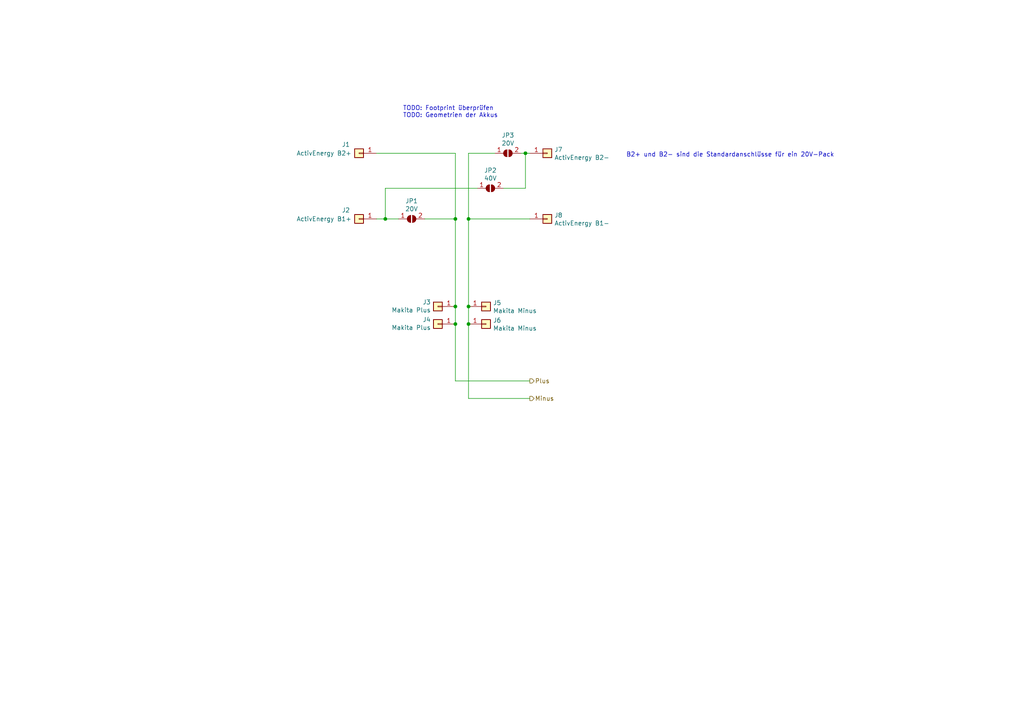
<source format=kicad_sch>
(kicad_sch (version 20211123) (generator eeschema)
  (paper "A4")
  (title_block (title "HTL Lötregler Mini") (date "2023-03-01") (rev "22.0.0") (company "HTL Steyr") (comment 1 "Prof. Karl Zeilhofer et al."))
  (lib_symbols
    (symbol "Connector_Generic:Conn_01x01" (pin_names (offset 1.016) hide)
      (property "Reference" "J" (at 0 2.54 0))
      (property "Value" "Conn_01x01" (at 0 -2.54 0))
      (symbol "Conn_01x01_1_1"
        (rectangle (start -1.27 0.127) (end 0 -0.127) (stroke (width 0.1524)))
        (rectangle (start -1.27 1.27) (end 1.27 -1.27) (stroke (width 0.254)) (fill (type background)))
        (pin passive line (at -5.08 0 0) (length 3.81) (name "Pin_1") (number "1"))
      )
    )
    (symbol "Jumper:SolderJumper_2_Open" (pin_names (offset 0) hide)
      (property "Reference" "JP" (at 0 2.032 0))
      (property "Value" "SolderJumper_2_Open" (at 0 -2.54 0))
      (symbol "SolderJumper_2_Open_0_1"
        (arc (start -0.254 1.016) (mid -1.27 0) (end -0.254 -1.016))
        (arc (start -0.254 1.016) (mid -1.27 0) (end -0.254 -1.016) (fill (type outline)))
        (polyline (pts (xy -0.254 1.016) (xy -0.254 -1.016)))
        (polyline (pts (xy 0.254 1.016) (xy 0.254 -1.016)))
        (arc (start 0.254 -1.016) (mid 1.27 0) (end 0.254 1.016))
        (arc (start 0.254 -1.016) (mid 1.27 0) (end 0.254 1.016) (fill (type outline)))
      )
      (symbol "SolderJumper_2_Open_1_1"
        (pin passive line (at -3.81 0 0) (length 2.54) (name "A") (number "1"))
        (pin passive line (at 3.81 0 180) (length 2.54) (name "B") (number "2"))
      )
    )
  )
  (junction (at 152.4 44.45))
  (junction (at 135.89 88.9))
  (junction (at 111.76 63.5))
  (junction (at 132.08 93.98))
  (junction (at 132.08 63.5))
  (junction (at 135.89 93.98))
  (junction (at 132.08 88.9))
  (junction (at 135.89 63.5))
  (wire (pts (xy 109.22 44.45) (xy 132.08 44.45)))
  (wire (pts (xy 132.08 44.45) (xy 132.08 63.5)))
  (wire (pts (xy 153.67 63.5) (xy 135.89 63.5)))
  (wire (pts (xy 135.89 44.45) (xy 135.89 63.5)))
  (wire (pts (xy 135.89 63.5) (xy 135.89 88.9)))
  (wire (pts (xy 132.08 63.5) (xy 132.08 88.9)))
  (wire (pts (xy 111.76 54.61) (xy 111.76 63.5)))
  (wire (pts (xy 146.05 54.61) (xy 152.4 54.61)))
  (wire (pts (xy 138.43 54.61) (xy 111.76 54.61)))
  (wire (pts (xy 135.89 115.57) (xy 153.67 115.57)))
  (wire (pts (xy 152.4 44.45) (xy 151.13 44.45)))
  (wire (pts (xy 132.08 93.98) (xy 132.08 110.49)))
  (wire (pts (xy 123.19 63.5) (xy 132.08 63.5)))
  (wire (pts (xy 132.08 88.9) (xy 132.08 93.98)))
  (wire (pts (xy 135.89 88.9) (xy 135.89 93.98)))
  (wire (pts (xy 153.67 110.49) (xy 132.08 110.49)))
  (wire (pts (xy 143.51 44.45) (xy 135.89 44.45)))
  (wire (pts (xy 135.89 93.98) (xy 135.89 115.57)))
  (wire (pts (xy 109.22 63.5) (xy 111.76 63.5)))
  (wire (pts (xy 152.4 54.61) (xy 152.4 44.45)))
  (wire (pts (xy 153.67 44.45) (xy 152.4 44.45)))
  (wire (pts (xy 111.76 63.5) (xy 115.57 63.5)))
  (text "TODO: Footprint überprüfen\nTODO: Geometrien der Akkus" (at 116.84 34.29 0) (effects (font (size 1.27 1.27)) (justify left bottom)))
  (text "B2+ und B2- sind die Standardanschlüsse für ein 20V-Pack" (at 181.61 45.72 0) (effects (font (size 1.27 1.27)) (justify left bottom)))
  (hierarchical_label "Plus" (shape output) (at 153.67 110.49 0))
  (hierarchical_label "Minus" (shape output) (at 153.67 115.57 0))
  (symbol (lib_id "Connector_Generic:Conn_01x01") (at 127 88.9 180) (unit 1)
    (property "Reference" "J3" (at 124.968 87.63 0) (effects (justify left)))
    (property "Value" "Makita Plus" (at 124.968 89.9414 0) (effects (justify left)))
    (property "Footprint" "htl_connectors:Faston_Tab_6.3mm_vertical" (effects hide))
    (property "DistOrderNr" "VT FS-P 6,35" (effects hide))
    (property "Distributor" "Reichelt" (effects hide))
    (property "ManPartNr" "03866.A68" (effects hide))
    (property "Manufacturer" "Vogt" (effects hide))
    (property "Notes" "Faston Flachstecker vertikal 6.3mm für Leiterplattenmontage" (effects hide))
    (property "PriceEUR" "0.042" (effects hide))
    (property "PriceForQty" "1" (effects hide))
  )
  (symbol (lib_id "Connector_Generic:Conn_01x01") (at 140.97 88.9 0) (unit 1)
    (property "Reference" "J5" (at 143.002 87.8332 0) (effects (justify left)))
    (property "Value" "Makita Minus" (at 143.002 90.1446 0) (effects (justify left)))
    (property "Footprint" "htl_connectors:Faston_Tab_6.3mm_vertical" (effects hide))
    (property "DistOrderNr" "VT FS-P 6,35" (effects hide))
    (property "Distributor" "Reichelt" (effects hide))
    (property "ManPartNr" "03866.A68" (effects hide))
    (property "Manufacturer" "Vogt" (effects hide))
    (property "Notes" "Faston Flachstecker vertikal 6.3mm für Leiterplattenmontage" (effects hide))
    (property "PriceEUR" "0.042" (effects hide))
    (property "PriceForQty" "1" (effects hide))
  )
  (symbol (lib_id "Connector_Generic:Conn_01x01") (at 104.14 44.45 180) (unit 1)
    (property "Reference" "J1" (at 100.33 41.91 0))
    (property "Value" "ActivEnergy B2+" (at 93.98 44.45 0))
    (property "Footprint" "htl_connectors:Faston_Tab_6.3mm_vertical" (effects hide))
    (property "DistOrderNr" "VT FS-P 6,35" (effects hide))
    (property "Distributor" "Reichelt" (effects hide))
    (property "ManPartNr" "03866.A68" (effects hide))
    (property "Manufacturer" "Vogt" (effects hide))
    (property "Notes" "Faston Flachstecker vertikal 6.3mm für Leiterplattenmontage" (effects hide))
    (property "PriceEUR" "0.042" (effects hide))
    (property "PriceForQty" "1" (effects hide))
  )
  (symbol (lib_id "Connector_Generic:Conn_01x01") (at 158.75 63.5 0) (unit 1)
    (property "Reference" "J8" (at 160.782 62.4332 0) (effects (justify left)))
    (property "Value" "ActivEnergy B1-" (at 160.782 64.7446 0) (effects (justify left)))
    (property "Footprint" "htl_connectors:Faston_Tab_6.3mm_vertical" (effects hide))
    (property "DistOrderNr" "VT FS-P 6,35" (effects hide))
    (property "Distributor" "Reichelt" (effects hide))
    (property "ManPartNr" "03866.A68" (effects hide))
    (property "Manufacturer" "Vogt" (effects hide))
    (property "Notes" "Faston Flachstecker vertikal 6.3mm für Leiterplattenmontage" (effects hide))
    (property "PriceEUR" "0.042" (effects hide))
    (property "PriceForQty" "1" (effects hide))
  )
  (symbol (lib_id "Connector_Generic:Conn_01x01") (at 127 93.98 180) (unit 1)
    (property "Reference" "J4" (at 124.968 92.71 0) (effects (justify left)))
    (property "Value" "Makita Plus" (at 124.968 95.0214 0) (effects (justify left)))
    (property "Footprint" "htl_connectors:Faston_Tab_6.3mm_vertical" (effects hide))
    (property "DistOrderNr" "VT FS-P 6,35" (effects hide))
    (property "Distributor" "Reichelt" (effects hide))
    (property "ManPartNr" "03866.A68" (effects hide))
    (property "Manufacturer" "Vogt" (effects hide))
    (property "Notes" "Faston Flachstecker vertikal 6.3mm für Leiterplattenmontage" (effects hide))
    (property "PriceEUR" "0.042" (effects hide))
    (property "PriceForQty" "1" (effects hide))
  )
  (symbol (lib_id "Connector_Generic:Conn_01x01") (at 104.14 63.5 180) (unit 1)
    (property "Reference" "J2" (at 100.33 60.96 0))
    (property "Value" "ActivEnergy B1+" (at 93.98 63.5 0))
    (property "Footprint" "htl_connectors:Faston_Tab_6.3mm_vertical" (effects hide))
    (property "DistOrderNr" "VT FS-P 6,35" (effects hide))
    (property "Distributor" "Reichelt" (effects hide))
    (property "ManPartNr" "03866.A68" (effects hide))
    (property "Manufacturer" "Vogt" (effects hide))
    (property "Notes" "Faston Flachstecker vertikal 6.3mm für Leiterplattenmontage" (effects hide))
    (property "PriceEUR" "0.042" (effects hide))
    (property "PriceForQty" "1" (effects hide))
  )
  (symbol (lib_id "Connector_Generic:Conn_01x01") (at 140.97 93.98 0) (unit 1)
    (property "Reference" "J6" (at 143.002 92.9132 0) (effects (justify left)))
    (property "Value" "Makita Minus" (at 143.002 95.2246 0) (effects (justify left)))
    (property "Footprint" "htl_connectors:Faston_Tab_6.3mm_vertical" (effects hide))
    (property "DistOrderNr" "VT FS-P 6,35" (effects hide))
    (property "Distributor" "Reichelt" (effects hide))
    (property "ManPartNr" "03866.A68" (effects hide))
    (property "Manufacturer" "Vogt" (effects hide))
    (property "Notes" "Faston Flachstecker vertikal 6.3mm für Leiterplattenmontage" (effects hide))
    (property "PriceEUR" "0.042" (effects hide))
    (property "PriceForQty" "1" (effects hide))
  )
  (symbol (lib_id "Jumper:SolderJumper_2_Open") (at 119.38 63.5 0) (unit 1)
    (property "Reference" "JP1" (at 119.38 58.293 0))
    (property "Value" "20V" (at 119.38 60.6044 0))
    (property "Footprint" "htl_smd:SolderJumper-2_2.2x8mm_Open" (effects hide))
    (property "DistOrderNr" "NAP" (effects hide))
    (property "Distributor" "NAP" (effects hide))
    (property "PriceEUR" "0.00" (effects hide))
    (property "ManPartNr" "NAP" (effects hide))
    (property "Manufacturer" "NAP" (effects hide))
    (property "Notes" "NAP" (effects hide))
  )
  (symbol (lib_id "Connector_Generic:Conn_01x01") (at 158.75 44.45 0) (unit 1)
    (property "Reference" "J7" (at 160.782 43.3832 0) (effects (justify left)))
    (property "Value" "ActivEnergy B2-" (at 160.782 45.6946 0) (effects (justify left)))
    (property "Footprint" "htl_connectors:Faston_Tab_6.3mm_vertical" (effects hide))
    (property "DistOrderNr" "VT FS-P 6,35" (effects hide))
    (property "Distributor" "Reichelt" (effects hide))
    (property "ManPartNr" "03866.A68" (effects hide))
    (property "Manufacturer" "Vogt" (effects hide))
    (property "Notes" "Faston Flachstecker vertikal 6.3mm für Leiterplattenmontage" (effects hide))
    (property "PriceEUR" "0.042" (effects hide))
    (property "PriceForQty" "1" (effects hide))
  )
  (symbol (lib_id "Jumper:SolderJumper_2_Open") (at 147.32 44.45 0) (unit 1)
    (property "Reference" "JP3" (at 147.32 39.243 0))
    (property "Value" "20V" (at 147.32 41.5544 0))
    (property "Footprint" "htl_smd:SolderJumper-2_2.2x8mm_Open" (effects hide))
    (property "DistOrderNr" "NAP" (effects hide))
    (property "Distributor" "NAP" (effects hide))
    (property "PriceEUR" "0.00" (effects hide))
    (property "ManPartNr" "NAP" (effects hide))
    (property "Manufacturer" "NAP" (effects hide))
    (property "Notes" "NAP" (effects hide))
  )
  (symbol (lib_id "Jumper:SolderJumper_2_Open") (at 142.24 54.61 0) (unit 1)
    (property "Reference" "JP2" (at 142.24 49.403 0))
    (property "Value" "40V" (at 142.24 51.7144 0))
    (property "Footprint" "htl_smd:SolderJumper-2_2.2x8mm_Open" (effects hide))
    (property "DistOrderNr" "NAP" (effects hide))
    (property "Distributor" "NAP" (effects hide))
    (property "PriceEUR" "0.00" (effects hide))
    (property "ManPartNr" "NAP" (effects hide))
    (property "Manufacturer" "NAP" (effects hide))
    (property "Notes" "NAP" (effects hide))
  )
)
</source>
